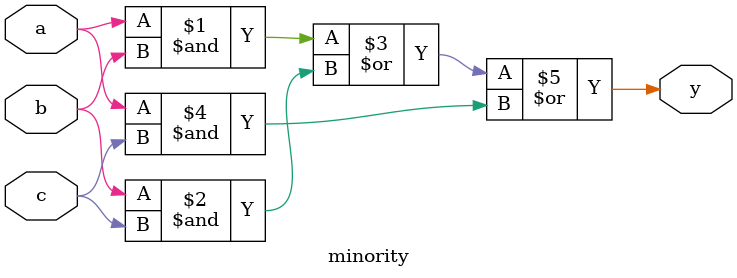
<source format=sv>

module minority (input logic a, b, c, output logic y);
    assign y = a&b | b&c | a&c;
endmodule
</source>
